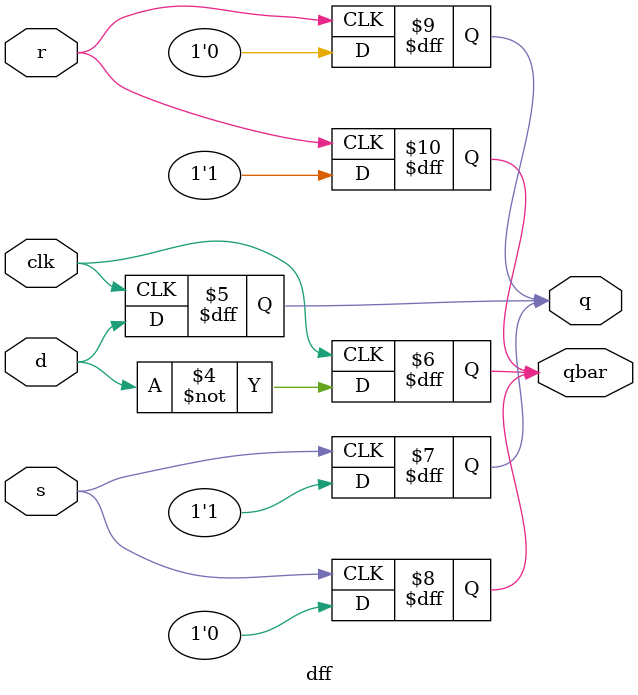
<source format=v>
module dff (clk, s, r, d, q, qbar);
	input clk, s, r, d;
	output q,qbar;
	reg q,qbar;
	always @(negedge r) begin
		q = 1'b0;
		qbar = 1'b1;
		end
	always @(negedge s) begin
		q = 1'b1;
		qbar = 1'b0;
		end
	always @(posedge clk) begin
		#1
		q = d;
		qbar = ~d;
		end

endmodule
</source>
